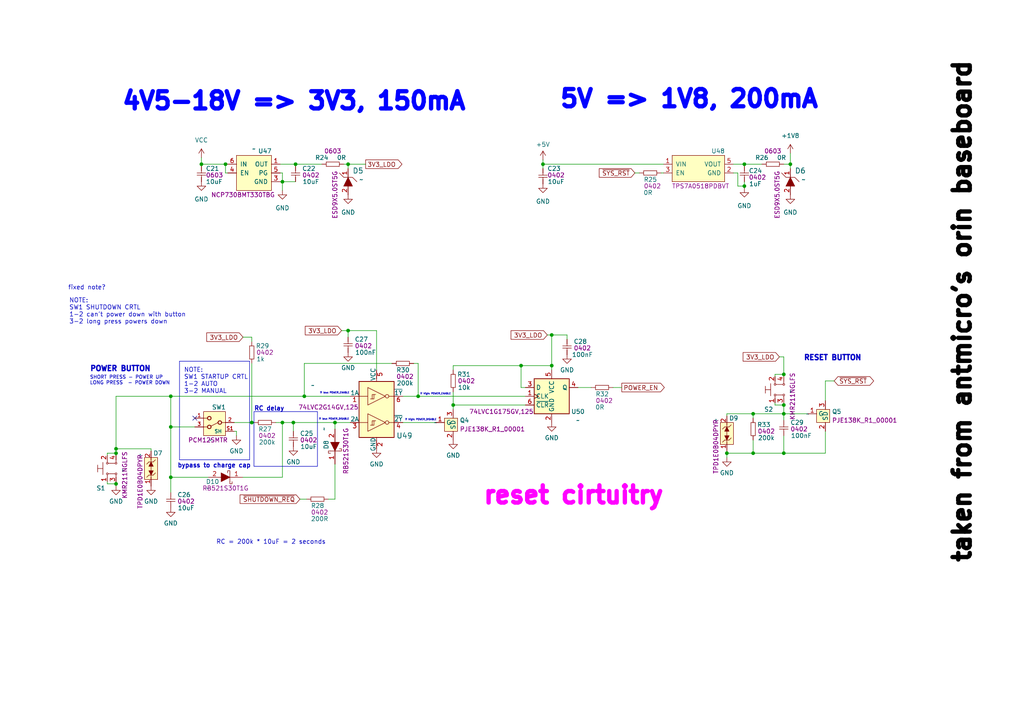
<source format=kicad_sch>
(kicad_sch (version 20230121) (generator eeschema)
  (paper "A4")
  (lib_symbols
    (symbol "antmicro_orin_baseboard:74LVC1G175GV"
      (property "Reference" "U" (at 5.08 7.62 0))
      (property "Value" "74LVC1G175GV" (at 7.62 -7.62 0))
      (symbol "74LVC1G175GV_0_1"
        (rectangle (start -5.08 5.08) (end 5.08 -5.08) (stroke (width 0.254)) (fill (type background)))
      )
      (symbol "74LVC1G175GV_1_1"
        (pin input clock (at -7.62 0 0) (length 2.54) (name "CLK") (number "1"))
        (pin power_in line (at 0 -7.62 90) (length 2.54) (name "GND") (number "2"))
        (pin input line (at -7.62 2.54 0) (length 2.54) (name "D") (number "3"))
        (pin output line (at 7.62 2.54 180) (length 2.54) (name "Q") (number "4"))
        (pin power_in line (at 0 7.62 270) (length 2.54) (name "VCC") (number "5"))
        (pin input line (at -7.62 -2.54 0) (length 2.54) (name "~{CLR}") (number "6"))
      )
    )
    (symbol "antmicro_orin_baseboard:74LVC2G14GV" (pin_names (offset 0))
      (property "Reference" "U" (at -5.334 9.8552 0))
      (property "Value" "74LVC2G14GV" (at 2.54 -10.16 0))
      (symbol "74LVC2G14GV_0_1"
        (rectangle (start -5.08 8.1026) (end 5.08 -8.128) (stroke (width 0.254)) (fill (type background)))
        (polyline (pts (xy -5.08 3.81) (xy -2.54 3.81)))
        (polyline (pts (xy -2.54 -3.81) (xy -5.08 -3.81)))
        (polyline (pts (xy 0 -8.9408) (xy 0 -8.1534)))
        (polyline (pts (xy 0 8.9154) (xy 0 8.1534)))
        (polyline (pts (xy 5.08 -3.81) (xy 3.556 -3.81)))
        (polyline (pts (xy 5.08 3.81) (xy 3.556 3.81)))
        (polyline (pts (xy -2.54 -1.27) (xy -2.54 -6.35) (xy 2.54 -3.81) (xy -2.54 -1.27)))
        (polyline (pts (xy -2.54 6.35) (xy -2.54 1.27) (xy 2.54 3.81) (xy -2.54 6.35)))
        (polyline (pts (xy -0.762 -3.302) (xy -1.27 -3.302) (xy -1.27 -4.572) (xy -1.778 -4.572)))
        (polyline (pts (xy -0.762 4.318) (xy -1.27 4.318) (xy -1.27 3.048) (xy -1.778 3.048)))
        (polyline (pts (xy -0.254 -3.302) (xy -0.762 -3.302) (xy -0.762 -4.572) (xy -1.27 -4.572)))
        (polyline (pts (xy -0.254 4.318) (xy -0.762 4.318) (xy -0.762 3.048) (xy -1.27 3.048)))
        (circle (center 3.048 -3.81) (radius 0.508))
        (circle (center 3.048 3.81) (radius 0.508))
      )
      (symbol "74LVC2G14GV_1_1"
        (pin input line (at -7.62 3.81 0) (length 2.54) (name "1A") (number "1"))
        (pin power_in line (at 0 -11.43 90) (length 2.54) (name "GND") (number "2"))
        (pin input line (at -7.62 -3.81 0) (length 2.54) (name "2A") (number "3"))
        (pin output line (at 7.62 -3.81 180) (length 2.54) (name "~{2Y}") (number "4"))
        (pin power_in line (at 0 11.43 270) (length 2.54) (name "VCC") (number "5"))
        (pin output line (at 7.62 3.81 180) (length 2.54) (name "~{1Y}") (number "6"))
      )
    )
    (symbol "antmicro_orin_baseboard:ESD9X5.0ST5G" (pin_names (offset 1.016))
      (property "Reference" "D" (at 0 3.81 0))
      (property "Value" "ESD9X5.0ST5G" (at 0 -3.81 0))
      (symbol "ESD9X5.0ST5G_0_1"
        (polyline (pts (xy -1.27 1.27) (xy -1.27 -1.27) (xy 1.27 0) (xy -1.27 1.27)) (fill (type outline)))
        (polyline (pts (xy 2.54 2.54) (xy 1.27 1.27) (xy 1.27 -1.27) (xy 0 -2.54)))
      )
      (symbol "ESD9X5.0ST5G_1_1"
        (pin bidirectional line (at 3.81 0 180) (length 2.54) (name "~") (number "1"))
        (pin bidirectional line (at -3.81 0 0) (length 2.54) (name "~") (number "2"))
      )
    )
    (symbol "antmicro_orin_baseboard:KMR2" (pin_names (offset 1.016))
      (property "Reference" "S" (at -3.81 3.81 0))
      (property "Value" "KMR2" (at 0.254 -4.1656 0))
      (symbol "KMR2_0_1"
        (circle (center -1.524 0) (radius 0.254))
        (polyline (pts (xy -2.54 0) (xy -1.778 0)))
        (polyline (pts (xy -1.778 1.27) (xy 1.778 1.27)))
        (polyline (pts (xy -1.524 -0.3048) (xy -1.524 -2.1844)))
        (polyline (pts (xy -1.016 2.794) (xy 1.016 2.794)))
        (polyline (pts (xy 0 1.27) (xy 0 2.794)))
        (polyline (pts (xy 1.524 -0.254) (xy 1.524 -2.1844)))
        (polyline (pts (xy 2.54 0) (xy 1.778 0)))
        (circle (center 1.524 0) (radius 0.254))
      )
      (symbol "KMR2_1_1"
        (circle (center -1.524 -2.54) (radius 0.254))
        (polyline (pts (xy -2.54 -2.54) (xy -1.778 -2.54)))
        (polyline (pts (xy 2.54 -2.54) (xy 1.778 -2.54)))
        (circle (center 1.524 -2.54) (radius 0.254))
        (pin passive line (at -3.81 0 0) (length 1.27) (name "~") (number "1"))
        (pin passive line (at 3.81 0 180) (length 1.27) (name "~") (number "2"))
        (pin passive line (at -3.81 -2.54 0) (length 1.27) (name "~") (number "3"))
        (pin passive line (at 3.81 -2.54 180) (length 1.27) (name "~") (number "4"))
      )
    )
    (symbol "antmicro_orin_baseboard:NCP730BMT330TBG" (pin_names (offset 1.016))
      (property "Reference" "U" (at -5.08 7.62 0))
      (property "Value" "NCP730BMT330TBG" (at 0 7.62 0))
      (symbol "NCP730BMT330TBG_0_1"
        (rectangle (start -5.08 5.08) (end 5.08 -5.08) (fill (type background)))
      )
      (symbol "NCP730BMT330TBG_1_1"
        (pin power_out line (at 7.62 2.54 180) (length 2.54) (name "OUT") (number "1"))
        (pin no_connect line (at -5.08 -2.54 0) (length 2.54) hide (name "NC") (number "2"))
        (pin power_in line (at 7.62 -2.54 180) (length 2.54) (name "GND") (number "3"))
        (pin input line (at -7.62 0 0) (length 2.54) (name "EN") (number "4"))
        (pin open_collector line (at 7.62 0 180) (length 2.54) (name "PG") (number "5"))
        (pin power_out line (at -7.62 2.54 0) (length 2.54) (name "IN") (number "6"))
        (pin passive line (at 7.62 -2.54 180) (length 2.54) hide (name "EP") (number "7"))
      )
    )
    (symbol "antmicro_orin_baseboard:PCM12SMTR" (pin_names (offset 1.016))
      (property "Reference" "SW" (at -3.175 3.175 0))
      (property "Value" "PCM12SMTR" (at -5.715 -6.35 0))
      (symbol "PCM12SMTR_0_0"
        (circle (center -1.524 -1.27) (radius 0.508) (stroke (width 0.254)))
        (circle (center -1.524 1.27) (radius 0.508) (stroke (width 0.254)))
        (polyline (pts (xy -3.175 -1.27) (xy -2.032 -1.27)) (stroke (width 0.1524)))
        (polyline (pts (xy -3.175 1.27) (xy -2.032 1.27)) (stroke (width 0.1524)))
        (polyline (pts (xy 1.016 0) (xy -1.016 -1.016)) (stroke (width 0.1524)))
        (polyline (pts (xy 2.032 0) (xy 3.175 0)) (stroke (width 0.1524)))
        (circle (center 1.524 0) (radius 0.508) (stroke (width 0.254)))
        (pin passive line (at -5.715 1.27 0) (length 2.54) (name "~") (number "1"))
        (pin passive line (at 5.715 0 180) (length 2.54) (name "~") (number "2"))
        (pin passive line (at -5.715 -1.27 0) (length 2.54) (name "~") (number "3"))
        (pin passive line (at 5.715 -2.54 180) (length 2.54) (name "SH") (number "S1"))
        (pin passive line (at 5.715 -2.54 180) (length 2.54) hide (name "SH") (number "S2"))
        (pin passive line (at 5.715 -2.54 180) (length 2.54) hide (name "SH") (number "S3"))
        (pin passive line (at 5.715 -2.54 180) (length 2.54) hide (name "SH") (number "S4"))
      )
      (symbol "PCM12SMTR_0_1"
        (rectangle (start -3.175 3.175) (end 3.175 -3.81) (stroke (width 0.1524)) (fill (type background)))
      )
    )
    (symbol "antmicro_orin_baseboard:RB521S30T1G"
      (property "Reference" "D" (at 0 3.81 0))
      (property "Value" "RB521S30T1G" (at 0 -3.81 0))
      (symbol "RB521S30T1G_0_1"
        (polyline (pts (xy 1.27 1.27) (xy 1.27 -1.27)))
        (polyline (pts (xy -1.27 1.27) (xy -1.27 -1.27) (xy 1.27 0) (xy -1.27 1.27)) (fill (type outline)))
        (polyline (pts (xy 1.27 -1.27) (xy 1.27 -1.905) (xy 1.905 -1.905) (xy 1.905 -1.27)))
        (polyline (pts (xy 1.27 1.27) (xy 1.27 1.905) (xy 0.635 1.905) (xy 0.635 1.27)))
      )
      (symbol "RB521S30T1G_1_1"
        (pin passive line (at 5.08 0 180) (length 3.81) (name "~") (number "1"))
        (pin passive line (at -5.08 0 0) (length 3.81) (name "~") (number "2"))
      )
    )
    (symbol "antmicro_orin_baseboard:TPD1E0B04DPYR " (pin_names (offset 1.016))
      (property "Reference" "D" (at -5.0292 4.1148 0))
      (property "Value" "TPD1E0B04DPYR " (at 0.0508 -4.2164 0))
      (symbol "TPD1E0B04DPYR _0_1"
        (rectangle (start -3.175 1.905) (end 3.175 -1.905) (fill (type background)))
        (polyline (pts (xy -1.905 -0.635) (xy -1.27 -1.27)))
        (polyline (pts (xy -1.905 0.635) (xy -2.54 1.27)))
        (polyline (pts (xy -1.905 0.635) (xy -1.905 -0.635)))
        (polyline (pts (xy 1.905 -0.635) (xy 2.54 -1.27)))
        (polyline (pts (xy 1.905 0.635) (xy 1.27 1.27)))
        (polyline (pts (xy 1.905 0.635) (xy 1.905 -0.635)))
        (polyline (pts (xy 2.54 0) (xy -2.54 0)))
        (polyline (pts (xy -0.635 -0.635) (xy -0.635 0.635) (xy -1.905 0) (xy -0.635 -0.635)) (fill (type outline)))
        (polyline (pts (xy 0.635 0.635) (xy 0.635 -0.635) (xy 1.905 0) (xy 0.635 0.635)) (fill (type outline)))
      )
      (symbol "TPD1E0B04DPYR _1_1"
        (pin passive line (at -5.08 0 0) (length 2.54) (name "~") (number "1"))
        (pin passive line (at 5.08 0 180) (length 2.54) (name "~") (number "2"))
      )
    )
    (symbol "antmicro_orin_baseboard:TPS7A0518PDBVT" (pin_names (offset 1.016))
      (property "Reference" "U" (at -6.35 5.08 0))
      (property "Value" "TPS7A0518PDBVT" (at -1.651 -4.826 0))
      (property "MPN" "TPS7A0518PDBVT" (at -3.81 7.62 0))
      (property "Manufacturer" "Texas Instruments" (at -1.27 10.16 0))
      (symbol "TPS7A0518PDBVT_1_1"
        (rectangle (start -7.62 3.81) (end 7.62 -3.81) (fill (type background)))
        (pin passive line (at -10.16 1.27 0) (length 2.54) (name "VIN") (number "1"))
        (pin passive line (at 10.16 -1.27 180) (length 2.54) (name "GND") (number "2"))
        (pin passive line (at -10.16 -1.27 0) (length 2.54) (name "EN") (number "3"))
        (pin no_connect line (at 0 3.81 180) (length 2.54) hide (name "NV") (number "4"))
        (pin passive line (at 10.16 1.27 180) (length 2.54) (name "VOUT") (number "5"))
      )
    )
    (symbol "power:+1V8" (power) (pin_names (offset 0))
      (property "Value" "+1V8" (at 0 3.556 0))
      (symbol "+1V8_0_1"
        (polyline (pts (xy -0.762 1.27) (xy 0 2.54)))
        (polyline (pts (xy 0 0) (xy 0 2.54)))
        (polyline (pts (xy 0 2.54) (xy 0.762 1.27)))
      )
      (symbol "+1V8_1_1"
        (pin power_in line (at 0 0 90) (length 0) hide (name "+1V8") (number "1"))
      )
    )
    (symbol "power:+5V" (power) (pin_names (offset 0))
      (property "Value" "+5V" (at 0 3.556 0))
      (symbol "+5V_0_1"
        (polyline (pts (xy -0.762 1.27) (xy 0 2.54)))
        (polyline (pts (xy 0 0) (xy 0 2.54)))
        (polyline (pts (xy 0 2.54) (xy 0.762 1.27)))
      )
      (symbol "+5V_1_1"
        (pin power_in line (at 0 0 90) (length 0) hide (name "+5V") (number "1"))
      )
    )
    (symbol "power:GND" (power) (pin_names (offset 0))
      (property "Value" "GND" (at 0 -3.81 0))
      (symbol "GND_0_1"
        (polyline (pts (xy 0 0) (xy 0 -1.27) (xy 1.27 -1.27) (xy 0 -2.54) (xy -1.27 -1.27) (xy 0 -1.27)))
      )
      (symbol "GND_1_1"
        (pin power_in line (at 0 0 270) (length 0) hide (name "GND") (number "1"))
      )
    )
    (symbol "power:VCC" (power) (pin_names (offset 0))
      (property "Value" "VCC" (at 0 3.81 0))
      (symbol "VCC_0_1"
        (polyline (pts (xy -0.762 1.27) (xy 0 2.54)))
        (polyline (pts (xy 0 0) (xy 0 2.54)))
        (polyline (pts (xy 0 2.54) (xy 0.762 1.27)))
      )
      (symbol "VCC_1_1"
        (pin power_in line (at 0 0 90) (length 0) hide (name "VCC") (number "1"))
      )
    )
    (symbol "the_backrooms:PJE138K"
      (property "Reference" "Q" (at 0 0 0))
      (property "Mfr. No. " "PJE138K_R1_00001" (at 0 0 0))
      (symbol "PJE138K_1_1"
        (rectangle (start 6.35 1.27) (end 2.54 -2.54) (fill (type background)))
        (pin free line (at 0 0 0) (length 2.54) (name "G") (number "1"))
        (pin free line (at 5.08 -5.08 90) (length 2.54) (name "S") (number "2"))
        (pin free line (at 5.08 3.81 270) (length 2.54) (name "D") (number "3"))
      )
    )
    (symbol "the_backrooms:cap_0402"
      (property "Reference" "C" (at -0.635 0 0))
      (property "Package/Case" "0402" (at -1.27 1.27 0))
      (symbol "cap_0402_0_1"
        (polyline (pts (xy 1.905 0) (xy 1.905 -1.27)))
        (polyline (pts (xy 2.54 1.27) (xy 2.54 -1.27)))
        (polyline (pts (xy 3.175 0) (xy 2.54 0)))
        (polyline (pts (xy 1.27 0) (xy 1.905 0) (xy 1.905 1.27)))
      )
      (symbol "cap_0402_1_1"
        (pin free line (at 0 0 0) (length 1.27) (name "") (number "1"))
        (pin free line (at 4.445 0 180) (length 1.27) (name "") (number "2"))
      )
    )
    (symbol "the_backrooms:cap_0603"
      (property "Reference" "C" (at 0 0 0))
      (property "Package/Case" "0603" (at 0 0 0))
      (symbol "cap_0603_0_1"
        (polyline (pts (xy 1.905 0) (xy 1.905 -1.27)))
        (polyline (pts (xy 2.54 1.27) (xy 2.54 -1.27)))
        (polyline (pts (xy 3.175 0) (xy 2.54 0)))
        (polyline (pts (xy 1.27 0) (xy 1.905 0) (xy 1.905 1.27)))
      )
      (symbol "cap_0603_1_1"
        (pin free line (at 0 0 0) (length 1.27) (name "") (number "1"))
        (pin free line (at 4.445 0 180) (length 1.27) (name "") (number "2"))
      )
    )
    (symbol "the_backrooms:res_0402"
      (property "Reference" "R" (at 3.175 -1.905 0))
      (property "Package/Case" "0402" (at -3.175 1.905 0))
      (symbol "res_0402_0_1"
        (rectangle (start 1.27 0.635) (end 5.08 -0.635))
      )
      (symbol "res_0402_1_1"
        (pin free line (at 0 0 0) (length 1.27) (name "") (number "1"))
        (pin free line (at 6.35 0 180) (length 1.27) (name "") (number "2"))
      )
    )
    (symbol "the_backrooms:res_0603"
      (property "Reference" "R" (at 0 0 0))
      (property "Package/Case" "0603" (at 0 0 0))
      (symbol "res_0603_0_1"
        (rectangle (start 1.27 0.635) (end 5.08 -0.635))
      )
      (symbol "res_0603_1_1"
        (pin free line (at 0 0 0) (length 1.27) (name "") (number "1"))
        (pin free line (at 6.35 0 180) (length 1.27) (name "") (number "2"))
      )
    )
  )
  (junction (at 49.53 123.825))
  (junction (at 97.155 122.555))
  (junction (at 160.02 106.045))
  (junction (at 227.33 108.585))
  (junction (at 215.9 53.975))
  (junction (at 227.33 131.445))
  (junction (at 33.655 130.175))
  (junction (at 100.965 95.885))
  (junction (at 58.42 47.625))
  (junction (at 33.655 131.445))
  (junction (at 218.44 120.015))
  (junction (at 218.44 131.445))
  (junction (at 100.965 47.625))
  (junction (at 157.48 47.625))
  (junction (at 229.235 47.625))
  (junction (at 160.02 97.155))
  (junction (at 81.915 52.705))
  (junction (at 85.09 122.555))
  (junction (at 49.53 138.43))
  (junction (at 85.725 47.625))
  (junction (at 121.285 114.935))
  (junction (at 227.33 117.475))
  (junction (at 81.915 122.555))
  (junction (at 215.9 47.625))
  (junction (at 73.025 122.555))
  (junction (at 33.655 140.335))
  (junction (at 151.13 106.045))
  (junction (at 227.33 120.015))
  (junction (at 210.82 131.445))
  (junction (at 49.53 114.935))
  (junction (at 65.405 47.625))
  (junction (at 88.265 114.935))
  (junction (at 131.445 117.475))
  (no_connect (at 56.515 121.285))
  (wire (pts (xy 43.815 130.81) (xy 43.815 130.175)))
  (wire (pts (xy 177.8 112.395) (xy 180.34 112.395)))
  (wire (pts (xy 227.33 131.445) (xy 227.33 126.365)))
  (wire (pts (xy 73.025 105.41) (xy 73.025 122.555)))
  (wire (pts (xy 239.395 131.445) (xy 227.33 131.445)))
  (wire (pts (xy 224.79 108.585) (xy 227.33 108.585)))
  (wire (pts (xy 227.33 117.475) (xy 227.33 120.015)))
  (wire (pts (xy 100.965 47.625) (xy 100.965 48.895)))
  (wire (pts (xy 33.655 140.335) (xy 33.655 140.97)))
  (wire (pts (xy 215.9 47.625) (xy 212.725 47.625)))
  (polyline (pts (xy 52.07 133.35) (xy 72.39 133.35)))
  (wire (pts (xy 239.395 110.49) (xy 241.935 110.49)))
  (wire (pts (xy 99.695 47.625) (xy 100.965 47.625)))
  (wire (pts (xy 218.44 131.445) (xy 227.33 131.445)))
  (wire (pts (xy 56.515 123.825) (xy 49.53 123.825)))
  (wire (pts (xy 33.655 130.175) (xy 33.655 131.445)))
  (wire (pts (xy 113.665 105.41) (xy 88.265 105.41)))
  (wire (pts (xy 224.79 116.84) (xy 224.79 117.475)))
  (wire (pts (xy 151.13 106.045) (xy 160.02 106.045)))
  (wire (pts (xy 227.33 120.015) (xy 234.315 120.015)))
  (wire (pts (xy 31.115 140.335) (xy 31.115 139.7)))
  (wire (pts (xy 85.725 47.625) (xy 93.345 47.625)))
  (wire (pts (xy 215.9 47.625) (xy 220.98 47.625)))
  (wire (pts (xy 97.155 144.78) (xy 95.25 144.78)))
  (wire (pts (xy 229.235 47.625) (xy 229.235 48.895)))
  (wire (pts (xy 88.265 114.935) (xy 101.6 114.935)))
  (wire (pts (xy 157.48 47.625) (xy 157.48 48.895)))
  (wire (pts (xy 227.33 103.505) (xy 226.06 103.505)))
  (wire (pts (xy 158.75 97.155) (xy 160.02 97.155)))
  (wire (pts (xy 81.915 122.555) (xy 85.09 122.555)))
  (wire (pts (xy 81.915 52.705) (xy 85.725 52.705)))
  (wire (pts (xy 218.44 131.445) (xy 218.44 127.635)))
  (wire (pts (xy 80.01 122.555) (xy 81.915 122.555)))
  (wire (pts (xy 227.33 120.015) (xy 227.33 121.92)))
  (wire (pts (xy 100.965 47.625) (xy 106.045 47.625)))
  (wire (pts (xy 131.445 107.315) (xy 131.445 106.045)))
  (wire (pts (xy 33.655 114.935) (xy 49.53 114.935)))
  (wire (pts (xy 109.22 107.315) (xy 109.22 95.885)))
  (wire (pts (xy 49.53 123.825) (xy 49.53 114.935)))
  (wire (pts (xy 218.44 120.015) (xy 227.33 120.015)))
  (wire (pts (xy 116.84 122.555) (xy 126.365 122.555)))
  (wire (pts (xy 164.465 97.155) (xy 164.465 98.425)))
  (wire (pts (xy 81.915 138.43) (xy 70.485 138.43)))
  (wire (pts (xy 58.42 45.72) (xy 58.42 47.625)))
  (wire (pts (xy 121.285 105.41) (xy 120.015 105.41)))
  (wire (pts (xy 167.64 112.395) (xy 171.45 112.395)))
  (wire (pts (xy 99.06 95.885) (xy 100.965 95.885)))
  (wire (pts (xy 73.025 122.555) (xy 73.66 122.555)))
  (wire (pts (xy 31.115 132.08) (xy 31.115 131.445)))
  (wire (pts (xy 33.655 114.935) (xy 33.655 130.175)))
  (wire (pts (xy 66.04 50.165) (xy 65.405 50.165)))
  (wire (pts (xy 33.655 131.445) (xy 33.655 132.08)))
  (polyline (pts (xy 52.07 104.775) (xy 52.07 133.35)))
  (wire (pts (xy 49.53 138.43) (xy 49.53 142.875)))
  (wire (pts (xy 97.155 124.46) (xy 97.155 122.555)))
  (wire (pts (xy 109.22 95.885) (xy 100.965 95.885)))
  (wire (pts (xy 81.915 50.165) (xy 81.915 52.705)))
  (wire (pts (xy 81.915 122.555) (xy 81.915 138.43)))
  (wire (pts (xy 65.405 47.625) (xy 58.42 47.625)))
  (wire (pts (xy 81.28 47.625) (xy 85.725 47.625)))
  (wire (pts (xy 67.945 125.095) (xy 68.58 125.095)))
  (wire (pts (xy 67.945 122.555) (xy 73.025 122.555)))
  (wire (pts (xy 49.53 114.935) (xy 88.265 114.935)))
  (wire (pts (xy 58.42 47.625) (xy 58.42 48.26)))
  (wire (pts (xy 227.33 108.585) (xy 227.33 109.22)))
  (wire (pts (xy 151.13 112.395) (xy 151.13 106.045)))
  (wire (pts (xy 65.405 50.165) (xy 65.405 47.625)))
  (wire (pts (xy 100.965 95.885) (xy 100.965 97.79)))
  (wire (pts (xy 97.155 122.555) (xy 101.6 122.555)))
  (wire (pts (xy 131.445 106.045) (xy 151.13 106.045)))
  (wire (pts (xy 224.79 117.475) (xy 227.33 117.475)))
  (wire (pts (xy 81.915 52.705) (xy 81.915 55.245)))
  (wire (pts (xy 213.995 53.975) (xy 215.9 53.975)))
  (wire (pts (xy 121.285 114.935) (xy 152.4 114.935)))
  (wire (pts (xy 85.725 47.625) (xy 85.725 48.26)))
  (wire (pts (xy 160.02 97.155) (xy 164.465 97.155)))
  (wire (pts (xy 86.995 144.78) (xy 88.9 144.78)))
  (polyline (pts (xy 52.07 104.775) (xy 72.39 104.775)))
  (wire (pts (xy 88.265 105.41) (xy 88.265 114.935)))
  (wire (pts (xy 191.77 50.165) (xy 192.405 50.165)))
  (wire (pts (xy 70.485 97.79) (xy 73.025 97.79)))
  (wire (pts (xy 224.79 109.22) (xy 224.79 108.585)))
  (wire (pts (xy 73.025 99.06) (xy 73.025 97.79)))
  (wire (pts (xy 184.15 50.165) (xy 185.42 50.165)))
  (wire (pts (xy 97.155 134.62) (xy 97.155 144.78)))
  (wire (pts (xy 227.33 116.84) (xy 227.33 117.475)))
  (wire (pts (xy 68.58 125.095) (xy 68.58 126.365)))
  (wire (pts (xy 49.53 123.825) (xy 49.53 138.43)))
  (wire (pts (xy 131.445 117.475) (xy 131.445 118.745)))
  (wire (pts (xy 152.4 112.395) (xy 151.13 112.395)))
  (wire (pts (xy 43.815 130.175) (xy 33.655 130.175)))
  (wire (pts (xy 210.82 131.445) (xy 218.44 131.445)))
  (wire (pts (xy 215.9 53.975) (xy 215.9 52.705)))
  (wire (pts (xy 210.82 132.715) (xy 210.82 131.445)))
  (wire (pts (xy 131.445 113.665) (xy 131.445 117.475)))
  (wire (pts (xy 215.9 48.26) (xy 215.9 47.625)))
  (wire (pts (xy 65.405 47.625) (xy 66.04 47.625)))
  (wire (pts (xy 227.33 47.625) (xy 229.235 47.625)))
  (wire (pts (xy 239.395 125.095) (xy 239.395 131.445)))
  (wire (pts (xy 210.82 120.015) (xy 218.44 120.015)))
  (wire (pts (xy 160.02 106.045) (xy 160.02 97.155)))
  (wire (pts (xy 121.285 114.935) (xy 121.285 105.41)))
  (wire (pts (xy 157.48 46.355) (xy 157.48 47.625)))
  (wire (pts (xy 33.655 139.7) (xy 33.655 140.335)))
  (polyline (pts (xy 72.39 133.35) (xy 72.39 104.775)))
  (wire (pts (xy 85.09 122.555) (xy 97.155 122.555)))
  (wire (pts (xy 160.02 107.315) (xy 160.02 106.045)))
  (wire (pts (xy 31.115 131.445) (xy 33.655 131.445)))
  (wire (pts (xy 116.84 114.935) (xy 121.285 114.935)))
  (wire (pts (xy 229.235 44.45) (xy 229.235 47.625)))
  (wire (pts (xy 212.725 50.165) (xy 213.995 50.165)))
  (wire (pts (xy 210.82 120.65) (xy 210.82 120.015)))
  (wire (pts (xy 85.09 125.095) (xy 85.09 122.555)))
  (wire (pts (xy 157.48 47.625) (xy 192.405 47.625)))
  (wire (pts (xy 213.995 50.165) (xy 213.995 53.975)))
  (wire (pts (xy 239.395 116.205) (xy 239.395 110.49)))
  (wire (pts (xy 210.82 131.445) (xy 210.82 130.81)))
  (wire (pts (xy 215.9 54.61) (xy 215.9 53.975)))
  (wire (pts (xy 49.53 138.43) (xy 60.325 138.43)))
  (wire (pts (xy 81.915 52.705) (xy 81.28 52.705)))
  (wire (pts (xy 227.33 108.585) (xy 227.33 103.505)))
  (wire (pts (xy 33.655 140.335) (xy 31.115 140.335)))
  (wire (pts (xy 152.4 117.475) (xy 131.445 117.475)))
  (wire (pts (xy 218.44 121.285) (xy 218.44 120.015)))
  (wire (pts (xy 81.28 50.165) (xy 81.915 50.165)))
  (rectangle (start 73.66 119.38) (end 92.075 135.255))
  (text "5V => 1V8, 200mA" (at 161.925 31.75 0) (effects (font (size 5 5) (thickness 2) bold) (justify left bottom)))
  (text "bypass to charge cap" (at 51.435 135.89 0) (effects (font (size 1.27 1.27) bold) (justify left bottom)))
  (text "if low: POWER_DISABLE" (at 92.4623 121.9803 0) (effects (font (size 0.5 0.5)) (justify left bottom)))
  (text "RC = 200k * 10uF = 2 seconds" (at 62.6848 158.0447 0) (effects (font (size 1.27 1.27)) (justify left bottom)))
  (text "NOTE:\nSW1 SHUTDOWN CRTL\n1-2 can't power down with button \n3-2 long press powers down" (at 20.0466 94.1462 0) (effects (font (size 1.27 1.27)) (justify left bottom)))
  (text "if high: POWER_ENABLE" (at 121.8451 114.6597 0) (effects (font (size 0.5 0.5)) (justify left bottom)))
  (text "SHORT PRESS - POWER UP\nLONG PRESS  - POWER DOWN" (at 26.035 111.76 0) (effects (font (size 1 1)) (justify left bottom)))
  (text "POWER BUTTON" (at 26.035 107.95 0) (effects (font (size 1.5 1.5) (thickness 0.4) bold) (justify left bottom)))
  (text "RESET BUTTON" (at 233.045 104.775 0) (effects (font (size 1.5 1.5) (thickness 0.4) bold) (justify left bottom)))
  (text "if high: POWER_DISABLE" (at 117.4623 122.1417 0) (effects (font (size 0.5 0.5)) (justify left bottom)))
  (text "reset cirtuitry" (at 139.7 146.685 0) (effects (font (size 5 5) (thickness 2) bold) (justify left bottom)))
  (text "fixed note?" (at 19.735 84.2532 0) (effects (font (size 1.27 1.27)) (justify left bottom)))
  (text "4V5-18V => 3V3, 150mA" (at 34.925 32.385 0) (effects (font (size 5 5) (thickness 2) bold) (justify left bottom)))
  (text "if low: POWER_ENABLE" (at 92.774 114.377 0) (effects (font (size 0.5 0.5)) (justify left bottom)))
  (text "taken from antmicro's orin baseboard" (at 281.94 163.83 90) (effects (font (size 5 5) (thickness 2) bold) (justify left bottom)))
  (text "NOTE:\nSW1 STARTUP CRTL\n1-2 AUTO \n3-2 MANUAL" (at 53.34 114.3 0) (effects (font (size 1.27 1.27)) (justify left bottom)))
  (text "RC delay" (at 73.66 119.38 0) (effects (font (size 1.27 1.27) bold) (justify left bottom)))
  (global_label "3V3_LDO" (shape input) (at 99.06 95.885 180) (property "Intersheetrefs" "${INTERSHEET_REFS}" (at 87.971 95.885 0) (effects (justify right))))
  (global_label "~{SHUTDOWN_REQ}" (shape input) (at 86.995 144.78 180) (property "Intersheetrefs" "${INTERSHEET_REFS}" (at 69.0722 144.78 0) (effects (justify right))))
  (global_label "~{SYS_RST}" (shape input) (at 184.15 50.165 180) (property "Intersheetrefs" "${INTERSHEET_REFS}" (at 173.2425 50.165 0) (effects (justify right))))
  (global_label "3V3_LDO" (shape input) (at 158.75 97.155 180) (property "Intersheetrefs" "${INTERSHEET_REFS}" (at 147.661 97.155 0) (effects (justify right))))
  (global_label "POWER_EN" (shape output) (at 180.34 112.395 0) (property "Intersheetrefs" "${INTERSHEET_REFS}" (at 193.2432 112.395 0) (effects (justify left))))
  (global_label "~{SYS_RST}" (shape bidirectional) (at 241.935 110.49 0) (property "Intersheetrefs" "${INTERSHEET_REFS}" (at 253.9538 110.49 0) (effects (justify left))))
  (global_label "3V3_LDO" (shape output) (at 106.045 47.625 0) (property "Intersheetrefs" "${INTERSHEET_REFS}" (at 117.134 47.625 0) (effects (justify left))))
  (global_label "3V3_LDO" (shape input) (at 70.485 97.79 180) (property "Intersheetrefs" "${INTERSHEET_REFS}" (at 59.396 97.79 0) (effects (justify right))))
  (global_label "3V3_LDO" (shape input) (at 226.06 103.505 180) (property "Intersheetrefs" "${INTERSHEET_REFS}" (at 214.971 103.505 0) (effects (justify right))))
  (symbol (lib_id "power:GND") (at 85.09 129.54 0) (unit 1)
    (property "Reference" "#PWR042" (effects hide))
    (property "Value" "GND" (at 85.09 133.985 0))
  )
  (symbol (lib_id "power:GND") (at 210.82 132.715 0) (unit 1)
    (property "Reference" "#PWR051" (effects hide))
    (property "Value" "GND" (at 210.82 137.16 0))
  )
  (symbol (lib_id "the_backrooms:res_0402") (at 218.44 121.285 270) (unit 1)
    (property "Reference" "R33" (at 223.52 123.19 90) (effects (justify right)))
    (property "Value" "200k" (at 222.25 127 90))
    (property "Footprint" "the_backrooms:0402_res" (effects hide))
    (property "Package/Case" "0402" (at 224.79 125.095 90) (effects (justify right)))
    (property "Mfr. No." "RC0402FR-07200KL" (effects hide))
    (property "Description" "200k 0402 62.5mW 1%" (effects hide))
  )
  (symbol (lib_id "power:GND") (at 215.9 54.61 0) (unit 1)
    (property "Reference" "#PWR037" (effects hide))
    (property "Value" "GND" (at 215.9 59.69 0))
  )
  (symbol (lib_id "the_backrooms:res_0402") (at 80.01 122.555 180) (unit 1)
    (property "Reference" "R27" (at 74.93 124.46 0) (effects (justify right)))
    (property "Value" "200k" (at 77.47 128.27 0))
    (property "Footprint" "the_backrooms:0402_res" (effects hide))
    (property "Package/Case" "0402" (at 74.93 126.365 0) (effects (justify right)))
    (property "Mfr. No." "RC0402FR-07200KL" (effects hide))
    (property "Description" "200k 0402 62.5mW 1%" (effects hide))
  )
  (symbol (lib_id "power:GND") (at 33.655 140.97 0) (unit 1)
    (property "Reference" "#PWR039" (effects hide))
    (property "Value" "GND" (at 33.655 145.415 0))
  )
  (symbol (lib_id "antmicro_orin_baseboard:74LVC2G14GV") (at 109.22 118.745 0) (unit 1)
    (property "Reference" "U49" (at 114.935 126.365 0) (effects (font (size 1.524 1.524)) (justify left)))
    (property "Value" "~" (at 90.17 111.76 0) (effects (justify left)))
    (property "Footprint" "the_backrooms:SOT23-6L" (effects hide))
    (property "Datasheet" "https://assets.nexperia.com/documents/data-sheet/74LVC2G14.pdf" (effects hide))
    (property "MPN" "74LVC2G14GV,125" (effects hide))
    (property "Manufacturer" "Nexperia" (effects hide))
    (property "Mfr. No." "74LVC2G14GV,125" (at 95.25 118.11 0))
    (property "Package/Case" "TSOP-6" (effects hide))
    (property "Description" "Inverters 74LVC2G14GV/SOT457/SC-74" (effects hide))
  )
  (symbol (lib_id "power:GND") (at 100.965 56.515 0) (unit 1)
    (property "Reference" "#PWR033" (effects hide))
    (property "Value" "GND" (at 100.965 61.595 0))
  )
  (symbol (lib_id "antmicro_orin_baseboard:KMR2") (at 31.115 135.89 90) (unit 1)
    (property "Reference" "S1" (at 27.94 141.605 90) (effects (justify right)))
    (property "Value" "~" (at 35.56 135.89 0) (effects (justify right)))
    (property "Footprint" "the_backrooms:SW_SPST_4.2x2.8" (effects hide))
    (property "Datasheet" "http://www.farnell.com/datasheets/2631211.pdf" (effects hide))
    (property "MPN" "KMR211NGLFS" (effects hide))
    (property "Manufacturer" "C&K Components" (effects hide))
    (property "Mfr. No." "KMR211NGLFS" (at 36.195 137.795 0))
    (property "Description" "Tactile Switches Tact" (effects hide))
  )
  (symbol (lib_id "the_backrooms:cap_0402") (at 49.53 147.32 90) (unit 1)
    (property "Reference" "C26" (at 51.435 143.51 90) (effects (justify right)))
    (property "Value" "10uF" (at 53.975 147.32 90))
    (property "Footprint" "the_backrooms:0402_cap" (effects hide))
    (property "Package/Case" "0402" (at 51.435 145.415 90) (effects (justify right)))
    (property "Mfr. No." "0402ZD106MAT2A" (effects hide))
    (property "Description" "10uF 0402 10V" (effects hide))
  )
  (symbol (lib_id "the_backrooms:res_0402") (at 177.8 112.395 180) (unit 1)
    (property "Reference" "R32" (at 172.72 114.3 0) (effects (justify right)))
    (property "Value" "0R" (at 173.99 118.11 0))
    (property "Footprint" "the_backrooms:0402_res" (effects hide))
    (property "Package/Case" "0402" (at 172.72 116.205 0) (effects (justify right)))
    (property "Mfr. No." "CR0402-J/-000GLF" (effects hide))
    (property "Description" "0R 0402" (effects hide))
  )
  (symbol (lib_id "the_backrooms:cap_0603") (at 58.42 52.705 90) (unit 1)
    (property "Reference" "C21" (at 59.69 48.895 90) (effects (justify right)))
    (property "Value" "10uF" (at 59.69 52.705 90) (effects (justify right)))
    (property "Footprint" "the_backrooms:0603_cap" (effects hide))
    (property "Package/Case" "0603" (at 59.69 50.8 90) (effects (justify right)))
    (property "Mfr. No." "0603ZW106MAT2A" (effects hide))
    (property "Description" "10uF 0603 10V" (effects hide))
  )
  (symbol (lib_id "antmicro_orin_baseboard:NCP730BMT330TBG") (at 73.66 50.165 0) (unit 1)
    (property "Reference" "U47" (at 76.835 43.815 0))
    (property "Value" "~" (at 73.66 43.18 0))
    (property "Footprint" "the_backrooms:WSON6_TI_2x2mm" (effects hide))
    (property "Datasheet" "https://www.onsemi.com/pdf/datasheet/ncp730-d.pdf" (effects hide))
    (property "MPN" "NCP730BMT330TBG" (effects hide))
    (property "Manufacturer" "Onsemi" (effects hide))
    (property "Mfr. No." "NCP730BMT330TBG" (at 70.485 56.515 0))
    (property "Package/Case" "WDFN-6" (effects hide))
    (property "Description" "LDO Voltage Regulators 150mA 38V 1uA IQ" (effects hide))
  )
  (symbol (lib_id "power:+5V") (at 157.48 46.355 0) (unit 1)
    (property "Reference" "#PWR035" (effects hide))
    (property "Value" "+5V" (at 157.48 41.91 0))
  )
  (symbol (lib_id "power:GND") (at 49.53 147.32 0) (unit 1)
    (property "Reference" "#PWR043" (effects hide))
    (property "Value" "GND" (at 49.53 151.765 0))
  )
  (symbol (lib_id "antmicro_orin_baseboard:ESD9X5.0ST5G") (at 100.965 52.705 90) (unit 1)
    (property "Reference" "D5" (at 102.235 49.53 90) (effects (font (size 1.524 1.524)) (justify right)))
    (property "Value" "~" (at 104.14 52.07 90) (effects (font (size 1.524 1.524)) (justify right)))
    (property "Footprint" "the_backrooms:SOD-923" (effects hide))
    (property "Datasheet" "https://www.mouser.pl/datasheet/2/308/ESD9X3_3ST5G_D-1804802.pdf" (effects hide))
    (property "Manufacturer" "ON Semiconductor" (effects hide))
    (property "MPN" "ESD9X5.0ST5G" (effects hide))
    (property "Mfr. No." "ESD9X5.0ST5G" (at 97.155 49.53 0) (effects (justify right)))
    (property "Package/Case" " SOD-923-2" (effects hide))
    (property "Description" "ESD Suppressors / TVS Diodes SOD-923 ESD PROT" (effects hide))
  )
  (symbol (lib_id "power:GND") (at 43.815 140.97 0) (unit 1)
    (property "Reference" "#PWR040" (effects hide))
    (property "Value" "GND" (at 43.815 145.415 0))
  )
  (symbol (lib_id "power:+1V8") (at 229.235 44.45 0) (unit 1)
    (property "Reference" "#PWR034" (effects hide))
    (property "Value" "+1V8" (at 229.235 39.37 0))
  )
  (symbol (lib_id "power:GND") (at 109.22 130.175 0) (unit 1)
    (property "Reference" "#PWR045" (effects hide))
    (property "Value" "GND" (at 109.22 134.62 0))
  )
  (symbol (lib_id "power:GND") (at 81.915 55.245 0) (unit 1)
    (property "Reference" "#PWR032" (effects hide))
    (property "Value" "GND" (at 81.915 60.325 0))
  )
  (symbol (lib_id "the_backrooms:res_0603") (at 220.98 47.625 0) (unit 1)
    (property "Reference" "R26" (at 220.98 45.72 0))
    (property "Value" "0R" (at 226.695 45.72 0))
    (property "Footprint" "the_backrooms:0603_res" (effects hide))
    (property "Package/Case" "0603" (at 224.155 43.815 0))
    (property "Mfr. No." "CR0603AJ/-000ELF" (effects hide))
    (property "Description" "0R 0603" (effects hide))
  )
  (symbol (lib_id "the_backrooms:PJE138K") (at 234.315 120.015 0) (unit 1)
    (property "Reference" "Q5" (at 241.3 119.38 0) (effects (justify left)))
    (property "Value" "~" (at 234.315 120.015 0))
    (property "Footprint" "the_backrooms:PJE138K" (effects hide))
    (property "Datasheet" "https://www.mouser.de/datasheet/2/1057/PJE138K-1876698.pdf" (effects hide))
    (property "Package/Case" "SOT-523-3" (effects hide))
    (property "Mfr. No." "PJE138K_R1_00001" (at 241.3 121.92 0) (effects (justify left)))
    (property "Description" "MOSFET 50V N-Channel Enhancement Mode MOSFETESD Protected" (effects hide))
  )
  (symbol (lib_id "the_backrooms:res_0402") (at 191.77 50.165 180) (unit 1)
    (property "Reference" "R25" (at 186.69 52.07 0) (effects (justify right)))
    (property "Value" "0R" (at 187.96 55.88 0))
    (property "Footprint" "the_backrooms:0402_res" (effects hide))
    (property "Package/Case" "0402" (at 186.69 53.975 0) (effects (justify right)))
    (property "Mfr. No." "CR0402-J/-000GLF" (effects hide))
    (property "Description" "0R 0402" (effects hide))
  )
  (symbol (lib_id "the_backrooms:cap_0402") (at 85.09 129.54 90) (unit 1)
    (property "Reference" "C25" (at 86.995 125.73 90) (effects (justify right)))
    (property "Value" "10uF" (at 89.535 129.54 90))
    (property "Footprint" "the_backrooms:0402_cap" (effects hide))
    (property "Package/Case" "0402" (at 86.995 127.635 90) (effects (justify right)))
    (property "Mfr. No." "0402ZD106MAT2A" (effects hide))
    (property "Description" "10uF 0402 10V" (effects hide))
  )
  (symbol (lib_id "antmicro_orin_baseboard:RB521S30T1G") (at 97.155 129.54 270) (unit 1)
    (property "Reference" "D8" (at 94.615 127.635 0) (effects (justify left)))
    (property "Value" "~" (at 93.98 123.825 0) (effects (justify left)))
    (property "Footprint" "the_backrooms:SOD-523" (effects hide))
    (property "Datasheet" "https://www.mouser.pl/datasheet/2/308/RB521S30T1_D-1522497.pdf" (effects hide))
    (property "MPN" "RB521S30T1G" (effects hide))
    (property "Manufacturer" "onsemi" (effects hide))
    (property "Mfr. No." "RB521S30T1G" (at 100.33 130.81 0))
    (property "Package/Case" " SOD-523-2" (effects hide))
    (property "Description" "Schottky Diodes & Rectifiers 30V 200mW Single" (effects hide))
  )
  (symbol (lib_id "antmicro_orin_baseboard:ESD9X5.0ST5G") (at 229.235 52.705 90) (unit 1)
    (property "Reference" "D6" (at 230.505 49.53 90) (effects (font (size 1.524 1.524)) (justify right)))
    (property "Value" "~" (at 232.41 52.07 90) (effects (font (size 1.524 1.524)) (justify right)))
    (property "Footprint" "the_backrooms:SOD-923" (effects hide))
    (property "Datasheet" "https://www.mouser.pl/datasheet/2/308/ESD9X3_3ST5G_D-1804802.pdf" (effects hide))
    (property "Manufacturer" "ON Semiconductor" (effects hide))
    (property "MPN" "ESD9X5.0ST5G" (effects hide))
    (property "Mfr. No." "ESD9X5.0ST5G" (at 225.425 49.53 0) (effects (justify right)))
    (property "Package/Case" " SOD-923-2" (effects hide))
    (property "Description" "ESD Suppressors / TVS Diodes SOD-923 ESD PROT" (effects hide))
  )
  (symbol (lib_id "antmicro_orin_baseboard:74LVC1G175GV") (at 160.02 114.935 0) (unit 1)
    (property "Reference" "U50" (at 167.64 119.38 0))
    (property "Value" "~" (at 167.64 121.92 0))
    (property "Footprint" "the_backrooms:SOT-23-6" (effects hide))
    (property "Datasheet" "https://www.mouser.pl/datasheet/2/916/74LVC1G175-1480578.pdf" (effects hide))
    (property "MPN" "74LVC1G175GV,125" (effects hide))
    (property "Manufacturer" "Nexperia" (effects hide))
    (property "Mfr. No." "74LVC1G175GV,125" (at 145.415 119.38 0))
    (property "Package/Case" "TSOP-6 " (effects hide))
    (property "Description" "Flip-Flops 74LVC1G175GV/SOT457/SC-74" (effects hide))
  )
  (symbol (lib_id "the_backrooms:cap_0402") (at 215.9 52.705 90) (unit 1)
    (property "Reference" "C24" (at 217.17 49.53 90) (effects (justify right)))
    (property "Value" "1uF" (at 219.075 53.34 90))
    (property "Footprint" "the_backrooms:0402_cap" (effects hide))
    (property "Package/Case" "0402" (at 217.17 51.435 90) (effects (justify right)))
    (property "Mfr. No." "0402YD105KAT4A" (effects hide))
    (property "Description" "1uF 0402 16V" (effects hide))
  )
  (symbol (lib_id "power:GND") (at 58.42 52.705 0) (unit 1)
    (property "Reference" "#PWR030" (effects hide))
    (property "Value" "GND" (at 58.42 57.785 0))
  )
  (symbol (lib_id "antmicro_orin_baseboard:KMR2") (at 224.79 113.03 90) (unit 1)
    (property "Reference" "S2" (at 221.615 118.745 90) (effects (justify right)))
    (property "Value" "~" (at 229.235 113.03 0) (effects (justify right)))
    (property "Footprint" "the_backrooms:SW_SPST_4.2x2.8" (effects hide))
    (property "Datasheet" "http://www.farnell.com/datasheets/2631211.pdf" (effects hide))
    (property "MPN" "KMR211NGLFS" (effects hide))
    (property "Manufacturer" "C&K Components" (effects hide))
    (property "Mfr. No." "KMR211NGLFS" (at 229.87 114.935 0))
    (property "Description" "Tactile Switches Tact" (effects hide))
  )
  (symbol (lib_id "power:VCC") (at 58.42 45.72 0) (unit 1)
    (property "Reference" "#PWR031" (effects hide))
    (property "Value" "VCC" (at 58.42 40.64 0))
  )
  (symbol (lib_id "the_backrooms:cap_0402") (at 157.48 53.34 90) (unit 1)
    (property "Reference" "C23" (at 158.75 48.895 90) (effects (justify right)))
    (property "Value" "10uF" (at 161.29 52.705 90))
    (property "Footprint" "the_backrooms:0402_cap" (effects hide))
    (property "Package/Case" "0402" (at 158.75 50.8 90) (effects (justify right)))
    (property "Mfr. No." "0402ZD106MAT2A" (effects hide))
    (property "Description" "10uF 0402 10V" (effects hide))
  )
  (symbol (lib_id "the_backrooms:cap_0402") (at 100.965 102.235 90) (unit 1)
    (property "Reference" "C27" (at 102.87 98.425 90) (effects (justify right)))
    (property "Value" "100nF" (at 106.045 102.235 90))
    (property "Footprint" "the_backrooms:0402_cap" (effects hide))
    (property "Package/Case" "0402" (at 102.87 100.33 90) (effects (justify right)))
    (property "Mfr. No." "04025C104KAT4A" (effects hide))
    (property "Description" "100nF 0402 50V" (effects hide))
  )
  (symbol (lib_id "power:GND") (at 68.58 126.365 0) (unit 1)
    (property "Reference" "#PWR041" (effects hide))
    (property "Value" "GND" (at 68.58 130.81 0))
  )
  (symbol (lib_id "power:GND") (at 229.235 56.515 0) (unit 1)
    (property "Reference" "#PWR038" (effects hide))
    (property "Value" "GND" (at 229.235 61.595 0))
  )
  (symbol (lib_id "the_backrooms:res_0402") (at 120.015 105.41 180) (unit 1)
    (property "Reference" "R30" (at 114.935 107.315 0) (effects (justify right)))
    (property "Value" "200k" (at 117.475 111.125 0))
    (property "Footprint" "the_backrooms:0402_res" (effects hide))
    (property "Package/Case" "0402" (at 114.935 109.22 0) (effects (justify right)))
    (property "Mfr. No." "RC0402FR-07200KL" (effects hide))
    (property "Description" "200k 0402 62.5mW 1%" (effects hide))
  )
  (symbol (lib_id "the_backrooms:res_0603") (at 93.345 47.625 0) (unit 1)
    (property "Reference" "R24" (at 93.345 45.72 0))
    (property "Value" "0R" (at 99.06 45.72 0))
    (property "Footprint" "the_backrooms:0603_res" (effects hide))
    (property "Package/Case" "0603" (at 96.52 43.815 0))
    (property "Mfr. No." "CR0603AJ/-000ELF" (effects hide))
    (property "Description" "0R 0603" (effects hide))
  )
  (symbol (lib_id "power:GND") (at 157.48 53.34 0) (unit 1)
    (property "Reference" "#PWR036" (effects hide))
    (property "Value" "GND" (at 157.48 58.42 0))
  )
  (symbol (lib_id "power:GND") (at 131.445 127.635 0) (unit 1)
    (property "Reference" "#PWR046" (effects hide))
    (property "Value" "GND" (at 131.445 132.08 0))
  )
  (symbol (lib_id "antmicro_orin_baseboard:RB521S30T1G") (at 65.405 138.43 0) (unit 1)
    (property "Reference" "D10" (at 59.69 139.7 0) (effects (justify left)))
    (property "Value" "~" (at 59.69 141.605 0) (effects (justify left)))
    (property "Footprint" "the_backrooms:SOD-523" (effects hide))
    (property "Datasheet" "https://www.mouser.pl/datasheet/2/308/RB521S30T1_D-1522497.pdf" (effects hide))
    (property "MPN" "RB521S30T1G" (effects hide))
    (property "Manufacturer" "onsemi" (effects hide))
    (property "Mfr. No." "RB521S30T1G" (at 65.405 141.605 0))
    (property "Package/Case" " SOD-523-2" (effects hide))
    (property "Description" "Schottky Diodes & Rectifiers 30V 200mW Single" (effects hide))
  )
  (symbol (lib_id "power:GND") (at 164.465 102.87 0) (unit 1)
    (property "Reference" "#PWR047" (effects hide))
    (property "Value" "GND" (at 164.465 107.315 0))
  )
  (symbol (lib_id "the_backrooms:cap_0402") (at 85.725 52.705 90) (unit 1)
    (property "Reference" "C22" (at 87.63 48.895 90) (effects (justify right)))
    (property "Value" "10uF" (at 90.17 52.705 90))
    (property "Footprint" "the_backrooms:0402_cap" (effects hide))
    (property "Package/Case" "0402" (at 87.63 50.8 90) (effects (justify right)))
    (property "Mfr. No." "0402ZD106MAT2A" (effects hide))
    (property "Description" "10uF 0402 10V" (effects hide))
  )
  (symbol (lib_id "the_backrooms:cap_0402") (at 227.33 126.365 90) (unit 1)
    (property "Reference" "C29" (at 229.235 122.555 90) (effects (justify right)))
    (property "Value" "100nF" (at 232.41 126.365 90))
    (property "Footprint" "the_backrooms:0402_cap" (effects hide))
    (property "Package/Case" "0402" (at 229.235 124.46 90) (effects (justify right)))
    (property "Mfr. No." "04025C104KAT4A" (effects hide))
    (property "Description" "100nF 0402 50V" (effects hide))
  )
  (symbol (lib_id "power:GND") (at 100.965 102.235 0) (unit 1)
    (property "Reference" "#PWR044" (effects hide))
    (property "Value" "GND" (at 100.965 106.68 0))
  )
  (symbol (lib_id "the_backrooms:res_0402") (at 131.445 107.315 270) (unit 1)
    (property "Reference" "R31" (at 136.525 108.585 90) (effects (justify right)))
    (property "Value" "10k" (at 134.62 112.395 90))
    (property "Footprint" "the_backrooms:0402_res" (effects hide))
    (property "Package/Case" "0402" (at 137.795 110.49 90) (effects (justify right)))
    (property "Mfr. No." "RC0402FR-0710KL" (effects hide))
    (property "Description" "10k 0402 62.5mW 1%" (effects hide))
  )
  (symbol (lib_id "antmicro_orin_baseboard:PCM12SMTR") (at 62.23 122.555 0) (unit 1)
    (property "Reference" "SW1" (at 63.5 118.11 0))
    (property "Value" "~" (at 60.96 127.635 0))
    (property "Footprint" "the_backrooms:PCM12SMTR" (effects hide))
    (property "Datasheet" "https://www.mouser.pl/datasheet/2/60/pcm-1841544.pdf" (effects hide))
    (property "Manufacturer" "C&K" (effects hide))
    (property "MPN" "PCM13SMTR" (effects hide))
    (property "Mfr. No." "PCM12SMTR" (at 60.325 127.635 0))
    (property "Description" "Slide Switches 0.3A SPDT ON-ON" (effects hide))
  )
  (symbol (lib_id "the_backrooms:res_0402") (at 73.025 99.06 270) (unit 1)
    (property "Reference" "R29" (at 78.105 100.33 90) (effects (justify right)))
    (property "Value" "1k" (at 75.565 104.14 90))
    (property "Footprint" "the_backrooms:0402_res" (effects hide))
    (property "Package/Case" "0402" (at 79.375 102.235 90) (effects (justify right)))
    (property "Mfr. No." "CR0402AFX-1001GLF" (effects hide))
    (property "Description" "1k 0402 62.5mW 1%" (effects hide))
  )
  (symbol (lib_id "the_backrooms:PJE138K") (at 126.365 122.555 0) (unit 1)
    (property "Reference" "Q4" (at 133.35 121.92 0) (effects (justify left)))
    (property "Value" "~" (at 126.365 122.555 0))
    (property "Footprint" "the_backrooms:PJE138K" (effects hide))
    (property "Datasheet" "https://www.mouser.de/datasheet/2/1057/PJE138K-1876698.pdf" (effects hide))
    (property "Package/Case" "SOT-523-3" (effects hide))
    (property "Mfr. No." "PJE138K_R1_00001" (at 133.35 124.46 0) (effects (justify left)))
    (property "Description" "MOSFET 50V N-Channel Enhancement Mode MOSFETESD Protected" (effects hide))
  )
  (symbol (lib_id "the_backrooms:res_0402") (at 95.25 144.78 180) (unit 1)
    (property "Reference" "R28" (at 90.17 146.685 0) (effects (justify right)))
    (property "Value" "200R" (at 92.71 150.495 0))
    (property "Footprint" "the_backrooms:0402_res" (effects hide))
    (property "Package/Case" "0402" (at 90.17 148.59 0) (effects (justify right)))
    (property "Mfr. No." "RC0402FR-07200RL" (effects hide))
    (property "Description" "200R 0402 62.5mW 1%" (effects hide))
  )
  (symbol (lib_id "the_backrooms:cap_0402") (at 164.465 102.87 90) (unit 1)
    (property "Reference" "C28" (at 166.37 99.06 90) (effects (justify right)))
    (property "Value" "100nF" (at 168.91 102.87 90))
    (property "Footprint" "the_backrooms:0402_cap" (effects hide))
    (property "Package/Case" "0402" (at 166.37 100.965 90) (effects (justify right)))
    (property "Mfr. No." "04025C104KAT4A" (effects hide))
    (property "Description" "100nF 0402 50V" (effects hide))
  )
  (symbol (lib_id "antmicro_orin_baseboard:TPS7A0518PDBVT") (at 202.565 48.895 0) (unit 1)
    (property "Reference" "U48" (at 208.28 43.815 0))
    (property "Footprint" "the_backrooms:SOT-23-5" (effects hide))
    (property "Datasheet" "https://www.ti.com/lit/ds/symlink/tps7a05.pdf?HQS=dis-mous-null-mousermode-dsf-pf-null-wwe&ts=1689455281855&ref_url=https%253A%252F%252Fwww.mouser.de%252F" (effects hide))
    (property "MPN" "TPS7A0518PDBVT" (effects hide))
    (property "Manufacturer" "Texas Instruments" (effects hide))
    (property "Mfr. No." "TPS7A0518PDBVT" (at 203.2 53.975 0))
    (property "Package/Case" "SOT-23-5" (effects hide))
    (property "Description" "LDO Voltage Regulators 200-mA, ultra-low-IQ, high-accuracy, low-dropout voltage regulator with enable 5-SOT-23 -40 to 125" (effects hide))
  )
  (symbol (lib_id "power:GND") (at 160.02 122.555 0) (unit 1)
    (property "Reference" "#PWR048" (effects hide))
    (property "Value" "GND" (at 160.02 127 0))
  )
  (symbol (lib_id "antmicro_orin_baseboard:TPD1E0B04DPYR ") (at 210.82 125.73 90) (unit 1)
    (property "Reference" "D9" (at 211.455 121.285 90) (effects (justify right)))
    (property "Value" "~" (at 207.645 121.285 0) (effects (justify right)))
    (property "Footprint" "the_backrooms:XDFN-2_1x0.60mm" (effects hide))
    (property "Datasheet" "https://www.ti.com/general/docs/suppproductinfo.tsp?distId=26&gotoUrl=https://www.ti.com/lit/gpn/tpd1e0b04" (effects hide))
    (property "Manufacturer" "Texas Instruments" (effects hide))
    (property "MPN" "TPD1E0B04DPYR " (effects hide))
    (property "Mfr. No." "TPD1E0B04DPYR" (at 207.645 129.54 0))
    (property "Package/Case" " X1SON-2" (effects hide))
    (property "Description" "ESD Suppressors / TVS Diodes 0.13-pF, +/-3.6-V, +/-8-kV ESD protection diode in 0402 & 0201 packages for USB-C & Antenna 2-X1SON -40 to 125 " (effects hide))
  )
  (symbol (lib_id "antmicro_orin_baseboard:TPD1E0B04DPYR ") (at 43.815 135.89 90) (unit 1)
    (property "Reference" "D7" (at 44.45 131.445 90) (effects (justify right)))
    (property "Value" "~" (at 40.64 131.445 0) (effects (justify right)))
    (property "Footprint" "the_backrooms:XDFN-2_1x0.60mm" (effects hide))
    (property "Datasheet" "https://www.ti.com/general/docs/suppproductinfo.tsp?distId=26&gotoUrl=https://www.ti.com/lit/gpn/tpd1e0b04" (effects hide))
    (property "Manufacturer" "Texas Instruments" (effects hide))
    (property "MPN" "TPD1E0B04DPYR " (effects hide))
    (property "Mfr. No." "TPD1E0B04DPYR" (at 40.64 139.7 0))
    (property "Package/Case" " X1SON-2" (effects hide))
    (property "Description" "ESD Suppressors / TVS Diodes 0.13-pF, +/-3.6-V, +/-8-kV ESD protection diode in 0402 & 0201 packages for USB-C & Antenna 2-X1SON -40 to 125 " (effects hide))
  )
)
</source>
